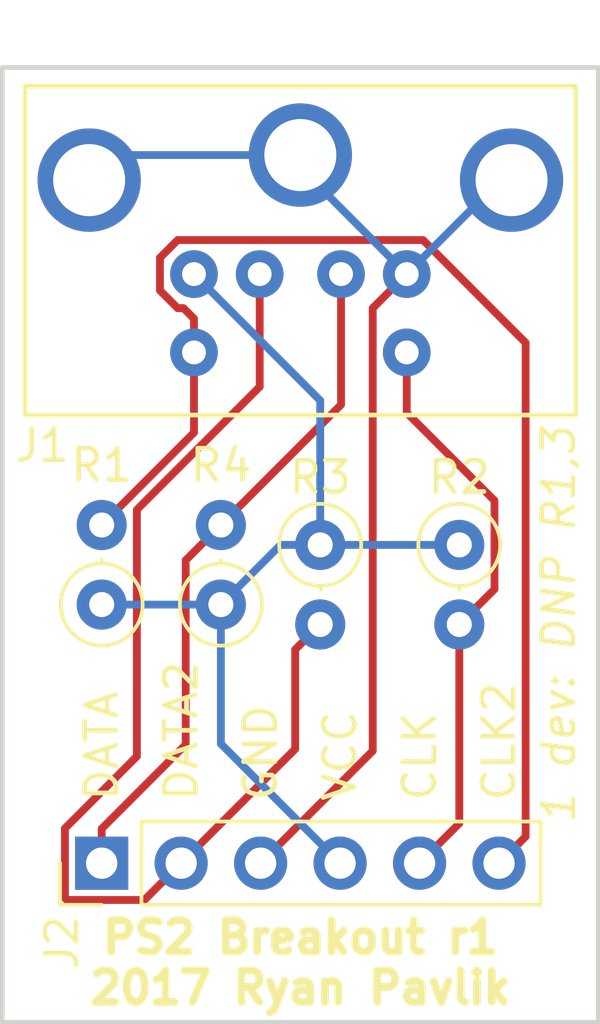
<source format=kicad_pcb>
(kicad_pcb (version 4) (host pcbnew 4.0.6)

  (general
    (links 17)
    (no_connects 17)
    (area 141.529999 108.135 160.885 142.161428)
    (thickness 1.6)
    (drawings 12)
    (tracks 56)
    (zones 0)
    (modules 6)
    (nets 7)
  )

  (page USLetter)
  (title_block
    (title "PS/2 Breakout Board")
    (date 2017-07-17)
    (rev 1)
    (company "Ryan Pavlik")
  )

  (layers
    (0 F.Cu signal)
    (31 B.Cu signal)
    (32 B.Adhes user)
    (33 F.Adhes user)
    (34 B.Paste user)
    (35 F.Paste user)
    (36 B.SilkS user)
    (37 F.SilkS user)
    (38 B.Mask user)
    (39 F.Mask user)
    (40 Dwgs.User user)
    (41 Cmts.User user)
    (42 Eco1.User user)
    (43 Eco2.User user)
    (44 Edge.Cuts user)
    (45 Margin user)
    (46 B.CrtYd user)
    (47 F.CrtYd user)
    (48 B.Fab user)
    (49 F.Fab user)
  )

  (setup
    (last_trace_width 0.25)
    (trace_clearance 0.2)
    (zone_clearance 0.508)
    (zone_45_only no)
    (trace_min 0.1016)
    (segment_width 0.2)
    (edge_width 0.15)
    (via_size 0.6)
    (via_drill 0.4)
    (via_min_size 0.4572)
    (via_min_drill 0.2032)
    (uvia_size 0.3)
    (uvia_drill 0.1)
    (uvias_allowed no)
    (uvia_min_size 0.0254)
    (uvia_min_drill 0.0254)
    (pcb_text_width 0.3)
    (pcb_text_size 1.5 1.5)
    (mod_edge_width 0.15)
    (mod_text_size 1 1)
    (mod_text_width 0.15)
    (pad_size 1.524 1.524)
    (pad_drill 0.762)
    (pad_to_mask_clearance 0.1016)
    (solder_mask_min_width 0.1016)
    (aux_axis_origin 0 0)
    (visible_elements 7FFFFFFF)
    (pcbplotparams
      (layerselection 0x010a0_00000001)
      (usegerberextensions false)
      (excludeedgelayer true)
      (linewidth 0.100000)
      (plotframeref false)
      (viasonmask false)
      (mode 1)
      (useauxorigin false)
      (hpglpennumber 1)
      (hpglpenspeed 20)
      (hpglpendiameter 15)
      (hpglpenoverlay 2)
      (psnegative false)
      (psa4output false)
      (plotreference true)
      (plotvalue true)
      (plotinvisibletext false)
      (padsonsilk false)
      (subtractmaskfromsilk false)
      (outputformat 1)
      (mirror false)
      (drillshape 0)
      (scaleselection 1)
      (outputdirectory single-sided-gerbers/))
  )

  (net 0 "")
  (net 1 GND)
  (net 2 /CLK)
  (net 3 /VCC)
  (net 4 /CLK2)
  (net 5 /DATA)
  (net 6 /DATA2)

  (net_class Default "This is the default net class."
    (clearance 0.2)
    (trace_width 0.25)
    (via_dia 0.6)
    (via_drill 0.4)
    (uvia_dia 0.3)
    (uvia_drill 0.1)
    (add_net /CLK)
    (add_net /CLK2)
    (add_net /DATA)
    (add_net /DATA2)
    (add_net /VCC)
    (add_net GND)
  )

  (module PS2_mini_din_6:MINI-DIN-6-FULL-SHIELD (layer F.Cu) (tedit 596CE90F) (tstamp 596CDC85)
    (at 151.13 108.585)
    (path /596CD6A0)
    (fp_text reference J1 (at -8.255 13.97) (layer F.SilkS)
      (effects (font (size 1 1) (thickness 0.15)))
    )
    (fp_text value PS2-MINIDIN6-FEMALE (at 0.15 1.325) (layer F.Fab) hide
      (effects (font (size 1 1) (thickness 0.15)))
    )
    (fp_line (start 9.25 0) (end 9.25 13.2) (layer F.CrtYd) (width 0.15))
    (fp_line (start -8.8 13) (end -8.8 2.5) (layer F.SilkS) (width 0.15))
    (fp_line (start 8.8 13) (end -8.8 13) (layer F.SilkS) (width 0.15))
    (fp_line (start 8.8 2.5) (end 8.8 13) (layer F.SilkS) (width 0.15))
    (fp_line (start -8.8 2.5) (end 8.8 2.5) (layer F.SilkS) (width 0.15))
    (fp_line (start 9.25 13.2) (end -9 13.2) (layer F.CrtYd) (width 0.15))
    (fp_line (start -9 0) (end 9.25 0) (layer F.CrtYd) (width 0.15))
    (fp_line (start -9 13.2) (end -9 0) (layer F.CrtYd) (width 0.15))
    (pad 7 thru_hole circle (at -6.75 5.5) (size 3.3 3.3) (drill 2.3) (layers *.Cu *.Mask)
      (net 1 GND))
    (pad 7 thru_hole circle (at 6.75 5.5) (size 3.3 3.3) (drill 2.3) (layers *.Cu *.Mask)
      (net 1 GND))
    (pad 3 thru_hole circle (at 3.4 8.5) (size 1.524 1.524) (drill 0.762) (layers *.Cu *.Mask)
      (net 1 GND))
    (pad 5 thru_hole circle (at 3.4 11) (size 1.524 1.524) (drill 0.762) (layers *.Cu *.Mask)
      (net 2 /CLK))
    (pad 4 thru_hole circle (at -3.4 8.5) (size 1.524 1.524) (drill 0.762) (layers *.Cu *.Mask)
      (net 3 /VCC))
    (pad 6 thru_hole circle (at -3.4 11) (size 1.524 1.524) (drill 0.762) (layers *.Cu *.Mask)
      (net 4 /CLK2))
    (pad 1 thru_hole circle (at 1.3 8.5) (size 1.524 1.524) (drill 0.762) (layers *.Cu *.Mask)
      (net 5 /DATA))
    (pad 2 thru_hole circle (at -1.3 8.5) (size 1.524 1.524) (drill 0.762) (layers *.Cu *.Mask)
      (net 6 /DATA2))
    (pad 7 thru_hole circle (at 0 4.7) (size 3.3 3.3) (drill 2.3) (layers *.Cu *.Mask)
      (net 1 GND))
  )

  (module Resistors_ThroughHole:R_Axial_DIN0207_L6.3mm_D2.5mm_P2.54mm_Vertical (layer F.Cu) (tedit 596CDDE5) (tstamp 596CDCA1)
    (at 151.765 125.73 270)
    (descr "Resistor, Axial_DIN0207 series, Axial, Vertical, pin pitch=2.54mm, 0.25W = 1/4W, length*diameter=6.3*2.5mm^2, http://cdn-reichelt.de/documents/datenblatt/B400/1_4W%23YAG.pdf")
    (tags "Resistor Axial_DIN0207 series Axial Vertical pin pitch 2.54mm 0.25W = 1/4W length 6.3mm diameter 2.5mm")
    (path /596CD98C)
    (fp_text reference R3 (at -2.159 0 360) (layer F.SilkS)
      (effects (font (size 1 1) (thickness 0.15)))
    )
    (fp_text value 10K (at 1.27 2.31 270) (layer F.Fab) hide
      (effects (font (size 1 1) (thickness 0.15)))
    )
    (fp_circle (center 0 0) (end 1.25 0) (layer F.Fab) (width 0.1))
    (fp_circle (center 0 0) (end 1.31 0) (layer F.SilkS) (width 0.12))
    (fp_line (start 0 0) (end 2.54 0) (layer F.Fab) (width 0.1))
    (fp_line (start 1.31 0) (end 1.44 0) (layer F.SilkS) (width 0.12))
    (fp_line (start -1.6 -1.6) (end -1.6 1.6) (layer F.CrtYd) (width 0.05))
    (fp_line (start -1.6 1.6) (end 3.65 1.6) (layer F.CrtYd) (width 0.05))
    (fp_line (start 3.65 1.6) (end 3.65 -1.6) (layer F.CrtYd) (width 0.05))
    (fp_line (start 3.65 -1.6) (end -1.6 -1.6) (layer F.CrtYd) (width 0.05))
    (pad 1 thru_hole circle (at 0 0 270) (size 1.6 1.6) (drill 0.8) (layers *.Cu *.Mask)
      (net 3 /VCC))
    (pad 2 thru_hole oval (at 2.54 0 270) (size 1.6 1.6) (drill 0.8) (layers *.Cu *.Mask)
      (net 6 /DATA2))
    (model Resistors_THT.3dshapes/R_Axial_DIN0207_L6.3mm_D2.5mm_P2.54mm_Vertical.wrl
      (at (xyz 0 0 0))
      (scale (xyz 0.393701 0.393701 0.393701))
      (rotate (xyz 0 0 0))
    )
  )

  (module Resistors_ThroughHole:R_Axial_DIN0207_L6.3mm_D2.5mm_P2.54mm_Vertical (layer F.Cu) (tedit 596CDDAB) (tstamp 596CDC95)
    (at 144.78 127.635 90)
    (descr "Resistor, Axial_DIN0207 series, Axial, Vertical, pin pitch=2.54mm, 0.25W = 1/4W, length*diameter=6.3*2.5mm^2, http://cdn-reichelt.de/documents/datenblatt/B400/1_4W%23YAG.pdf")
    (tags "Resistor Axial_DIN0207 series Axial Vertical pin pitch 2.54mm 0.25W = 1/4W length 6.3mm diameter 2.5mm")
    (path /596CDA17)
    (fp_text reference R1 (at 4.445 0 180) (layer F.SilkS)
      (effects (font (size 1 1) (thickness 0.15)))
    )
    (fp_text value 10K (at -5.08 0 90) (layer F.Fab) hide
      (effects (font (size 1 1) (thickness 0.15)))
    )
    (fp_circle (center 0 0) (end 1.25 0) (layer F.Fab) (width 0.1))
    (fp_circle (center 0 0) (end 1.31 0) (layer F.SilkS) (width 0.12))
    (fp_line (start 0 0) (end 2.54 0) (layer F.Fab) (width 0.1))
    (fp_line (start 1.31 0) (end 1.44 0) (layer F.SilkS) (width 0.12))
    (fp_line (start -1.6 -1.6) (end -1.6 1.6) (layer F.CrtYd) (width 0.05))
    (fp_line (start -1.6 1.6) (end 3.65 1.6) (layer F.CrtYd) (width 0.05))
    (fp_line (start 3.65 1.6) (end 3.65 -1.6) (layer F.CrtYd) (width 0.05))
    (fp_line (start 3.65 -1.6) (end -1.6 -1.6) (layer F.CrtYd) (width 0.05))
    (pad 1 thru_hole circle (at 0 0 90) (size 1.6 1.6) (drill 0.8) (layers *.Cu *.Mask)
      (net 3 /VCC))
    (pad 2 thru_hole oval (at 2.54 0 90) (size 1.6 1.6) (drill 0.8) (layers *.Cu *.Mask)
      (net 4 /CLK2))
    (model Resistors_THT.3dshapes/R_Axial_DIN0207_L6.3mm_D2.5mm_P2.54mm_Vertical.wrl
      (at (xyz 0 0 0))
      (scale (xyz 0.393701 0.393701 0.393701))
      (rotate (xyz 0 0 0))
    )
  )

  (module Resistors_ThroughHole:R_Axial_DIN0207_L6.3mm_D2.5mm_P2.54mm_Vertical (layer F.Cu) (tedit 596CDDA3) (tstamp 596CDC9B)
    (at 156.21 125.73 270)
    (descr "Resistor, Axial_DIN0207 series, Axial, Vertical, pin pitch=2.54mm, 0.25W = 1/4W, length*diameter=6.3*2.5mm^2, http://cdn-reichelt.de/documents/datenblatt/B400/1_4W%23YAG.pdf")
    (tags "Resistor Axial_DIN0207 series Axial Vertical pin pitch 2.54mm 0.25W = 1/4W length 6.3mm diameter 2.5mm")
    (path /596CDA3E)
    (fp_text reference R2 (at -2.159 0 360) (layer F.SilkS)
      (effects (font (size 1 1) (thickness 0.15)))
    )
    (fp_text value 10K (at 1.27 0 360) (layer F.Fab) hide
      (effects (font (size 1 1) (thickness 0.15)))
    )
    (fp_circle (center 0 0) (end 1.25 0) (layer F.Fab) (width 0.1))
    (fp_circle (center 0 0) (end 1.31 0) (layer F.SilkS) (width 0.12))
    (fp_line (start 0 0) (end 2.54 0) (layer F.Fab) (width 0.1))
    (fp_line (start 1.31 0) (end 1.44 0) (layer F.SilkS) (width 0.12))
    (fp_line (start -1.6 -1.6) (end -1.6 1.6) (layer F.CrtYd) (width 0.05))
    (fp_line (start -1.6 1.6) (end 3.65 1.6) (layer F.CrtYd) (width 0.05))
    (fp_line (start 3.65 1.6) (end 3.65 -1.6) (layer F.CrtYd) (width 0.05))
    (fp_line (start 3.65 -1.6) (end -1.6 -1.6) (layer F.CrtYd) (width 0.05))
    (pad 1 thru_hole circle (at 0 0 270) (size 1.6 1.6) (drill 0.8) (layers *.Cu *.Mask)
      (net 3 /VCC))
    (pad 2 thru_hole oval (at 2.54 0 270) (size 1.6 1.6) (drill 0.8) (layers *.Cu *.Mask)
      (net 2 /CLK))
    (model Resistors_THT.3dshapes/R_Axial_DIN0207_L6.3mm_D2.5mm_P2.54mm_Vertical.wrl
      (at (xyz 0 0 0))
      (scale (xyz 0.393701 0.393701 0.393701))
      (rotate (xyz 0 0 0))
    )
  )

  (module Pin_Headers:Pin_Header_Straight_1x06_Pitch2.54mm (layer F.Cu) (tedit 596CDF91) (tstamp 596CDC8F)
    (at 144.78 135.89 90)
    (descr "Through hole straight pin header, 1x06, 2.54mm pitch, single row")
    (tags "Through hole pin header THT 1x06 2.54mm single row")
    (path /596CD6EB)
    (fp_text reference J2 (at -2.54 -1.27 270) (layer F.SilkS)
      (effects (font (size 1 1) (thickness 0.15)))
    )
    (fp_text value PIN_CONNECTOR (at 0 15.03 90) (layer F.Fab) hide
      (effects (font (size 1 1) (thickness 0.15)))
    )
    (fp_line (start -0.635 -1.27) (end 1.27 -1.27) (layer F.Fab) (width 0.1))
    (fp_line (start 1.27 -1.27) (end 1.27 13.97) (layer F.Fab) (width 0.1))
    (fp_line (start 1.27 13.97) (end -1.27 13.97) (layer F.Fab) (width 0.1))
    (fp_line (start -1.27 13.97) (end -1.27 -0.635) (layer F.Fab) (width 0.1))
    (fp_line (start -1.27 -0.635) (end -0.635 -1.27) (layer F.Fab) (width 0.1))
    (fp_line (start -1.33 14.03) (end 1.33 14.03) (layer F.SilkS) (width 0.12))
    (fp_line (start -1.33 1.27) (end -1.33 14.03) (layer F.SilkS) (width 0.12))
    (fp_line (start 1.33 1.27) (end 1.33 14.03) (layer F.SilkS) (width 0.12))
    (fp_line (start -1.33 1.27) (end 1.33 1.27) (layer F.SilkS) (width 0.12))
    (fp_line (start -1.33 0) (end -1.33 -1.33) (layer F.SilkS) (width 0.12))
    (fp_line (start -1.33 -1.33) (end 0 -1.33) (layer F.SilkS) (width 0.12))
    (fp_line (start -1.8 -1.8) (end -1.8 14.5) (layer F.CrtYd) (width 0.05))
    (fp_line (start -1.8 14.5) (end 1.8 14.5) (layer F.CrtYd) (width 0.05))
    (fp_line (start 1.8 14.5) (end 1.8 -1.8) (layer F.CrtYd) (width 0.05))
    (fp_line (start 1.8 -1.8) (end -1.8 -1.8) (layer F.CrtYd) (width 0.05))
    (fp_text user %R (at 0 6.35 180) (layer F.Fab) hide
      (effects (font (size 1 1) (thickness 0.15)))
    )
    (pad 1 thru_hole rect (at 0 0 90) (size 1.7 1.7) (drill 1) (layers *.Cu *.Mask)
      (net 5 /DATA))
    (pad 2 thru_hole oval (at 0 2.54 90) (size 1.7 1.7) (drill 1) (layers *.Cu *.Mask)
      (net 6 /DATA2))
    (pad 3 thru_hole oval (at 0 5.08 90) (size 1.7 1.7) (drill 1) (layers *.Cu *.Mask)
      (net 1 GND))
    (pad 4 thru_hole oval (at 0 7.62 90) (size 1.7 1.7) (drill 1) (layers *.Cu *.Mask)
      (net 3 /VCC))
    (pad 5 thru_hole oval (at 0 10.16 90) (size 1.7 1.7) (drill 1) (layers *.Cu *.Mask)
      (net 2 /CLK))
    (pad 6 thru_hole oval (at 0 12.7 90) (size 1.7 1.7) (drill 1) (layers *.Cu *.Mask)
      (net 4 /CLK2))
    (model ${KISYS3DMOD}/Pin_Headers.3dshapes/Pin_Header_Straight_1x06_Pitch2.54mm.wrl
      (at (xyz 0 0 0))
      (scale (xyz 1 1 1))
      (rotate (xyz 0 0 0))
    )
  )

  (module Resistors_ThroughHole:R_Axial_DIN0207_L6.3mm_D2.5mm_P2.54mm_Vertical (layer F.Cu) (tedit 596CDDE8) (tstamp 596CDCA7)
    (at 148.59 127.635 90)
    (descr "Resistor, Axial_DIN0207 series, Axial, Vertical, pin pitch=2.54mm, 0.25W = 1/4W, length*diameter=6.3*2.5mm^2, http://cdn-reichelt.de/documents/datenblatt/B400/1_4W%23YAG.pdf")
    (tags "Resistor Axial_DIN0207 series Axial Vertical pin pitch 2.54mm 0.25W = 1/4W length 6.3mm diameter 2.5mm")
    (path /596CD937)
    (fp_text reference R4 (at 4.445 0 180) (layer F.SilkS)
      (effects (font (size 1 1) (thickness 0.15)))
    )
    (fp_text value 10K (at 1.27 2.31 90) (layer F.Fab) hide
      (effects (font (size 1 1) (thickness 0.15)))
    )
    (fp_circle (center 0 0) (end 1.25 0) (layer F.Fab) (width 0.1))
    (fp_circle (center 0 0) (end 1.31 0) (layer F.SilkS) (width 0.12))
    (fp_line (start 0 0) (end 2.54 0) (layer F.Fab) (width 0.1))
    (fp_line (start 1.31 0) (end 1.44 0) (layer F.SilkS) (width 0.12))
    (fp_line (start -1.6 -1.6) (end -1.6 1.6) (layer F.CrtYd) (width 0.05))
    (fp_line (start -1.6 1.6) (end 3.65 1.6) (layer F.CrtYd) (width 0.05))
    (fp_line (start 3.65 1.6) (end 3.65 -1.6) (layer F.CrtYd) (width 0.05))
    (fp_line (start 3.65 -1.6) (end -1.6 -1.6) (layer F.CrtYd) (width 0.05))
    (pad 1 thru_hole circle (at 0 0 90) (size 1.6 1.6) (drill 0.8) (layers *.Cu *.Mask)
      (net 3 /VCC))
    (pad 2 thru_hole oval (at 2.54 0 90) (size 1.6 1.6) (drill 0.8) (layers *.Cu *.Mask)
      (net 5 /DATA))
    (model Resistors_THT.3dshapes/R_Axial_DIN0207_L6.3mm_D2.5mm_P2.54mm_Vertical.wrl
      (at (xyz 0 0 0))
      (scale (xyz 0.393701 0.393701 0.393701))
      (rotate (xyz 0 0 0))
    )
  )

  (gr_line (start 160.655 140.97) (end 160.655 110.49) (layer Edge.Cuts) (width 0.15))
  (gr_line (start 141.605 140.97) (end 160.655 140.97) (layer Edge.Cuts) (width 0.15))
  (gr_line (start 141.605 110.49) (end 141.605 140.97) (layer Edge.Cuts) (width 0.15))
  (gr_line (start 160.655 110.49) (end 141.605 110.49) (layer Edge.Cuts) (width 0.15))
  (gr_text "PS2 Breakout r1\n2017 Ryan Pavlik" (at 151.13 139.065) (layer F.SilkS)
    (effects (font (size 1 1) (thickness 0.25)))
  )
  (gr_text "1 dev: DNP R1,3" (at 159.385 128.27 90) (layer F.SilkS)
    (effects (font (size 1 1) (thickness 0.15) italic))
  )
  (gr_text DATA (at 144.78 133.985 90) (layer F.SilkS) (tstamp 596CE29B)
    (effects (font (size 1 1) (thickness 0.15)) (justify left))
  )
  (gr_text DATA2 (at 147.32 133.985 90) (layer F.SilkS) (tstamp 596CE299)
    (effects (font (size 1 1) (thickness 0.15)) (justify left))
  )
  (gr_text GND (at 149.86 133.985 90) (layer F.SilkS) (tstamp 596CE296)
    (effects (font (size 1 1) (thickness 0.15)) (justify left))
  )
  (gr_text VCC (at 152.4 133.985 90) (layer F.SilkS) (tstamp 596CE290)
    (effects (font (size 1 1) (thickness 0.15)) (justify left))
  )
  (gr_text CLK (at 154.94 133.985 90) (layer F.SilkS) (tstamp 596CE0A3)
    (effects (font (size 1 1) (thickness 0.15)) (justify left))
  )
  (gr_text CLK2 (at 157.48 133.985 90) (layer F.SilkS)
    (effects (font (size 1 1) (thickness 0.15)) (justify left))
  )

  (segment (start 151.13 113.285) (end 145.18 113.285) (width 0.25) (layer B.Cu) (net 1))
  (segment (start 145.18 113.285) (end 144.38 114.085) (width 0.25) (layer B.Cu) (net 1))
  (segment (start 154.53 117.085) (end 151.13 113.685) (width 0.25) (layer B.Cu) (net 1))
  (segment (start 151.13 113.685) (end 151.13 113.285) (width 0.25) (layer B.Cu) (net 1))
  (segment (start 154.53 117.085) (end 157.53 114.085) (width 0.25) (layer B.Cu) (net 1))
  (segment (start 157.53 114.085) (end 157.88 114.085) (width 0.25) (layer B.Cu) (net 1))
  (segment (start 149.86 135.89) (end 153.442999 132.307001) (width 0.25) (layer F.Cu) (net 1))
  (segment (start 153.442999 132.307001) (end 153.442999 118.172001) (width 0.25) (layer F.Cu) (net 1))
  (segment (start 153.442999 118.172001) (end 153.768001 117.846999) (width 0.25) (layer F.Cu) (net 1))
  (segment (start 153.768001 117.846999) (end 154.53 117.085) (width 0.25) (layer F.Cu) (net 1))
  (segment (start 156.21 128.27) (end 156.21 134.62) (width 0.25) (layer F.Cu) (net 2))
  (segment (start 156.21 134.62) (end 154.94 135.89) (width 0.25) (layer F.Cu) (net 2))
  (segment (start 154.53 121.51) (end 157.335001 124.315001) (width 0.25) (layer F.Cu) (net 2))
  (segment (start 157.335001 124.315001) (end 157.335001 127.144999) (width 0.25) (layer F.Cu) (net 2))
  (segment (start 157.009999 127.470001) (end 156.21 128.27) (width 0.25) (layer F.Cu) (net 2))
  (segment (start 157.335001 127.144999) (end 157.009999 127.470001) (width 0.25) (layer F.Cu) (net 2))
  (segment (start 154.53 119.585) (end 154.53 121.51) (width 0.25) (layer F.Cu) (net 2))
  (segment (start 148.59 127.635) (end 148.59 132.08) (width 0.25) (layer B.Cu) (net 3))
  (segment (start 148.59 132.08) (end 152.4 135.89) (width 0.25) (layer B.Cu) (net 3))
  (segment (start 151.765 125.73) (end 156.21 125.73) (width 0.25) (layer B.Cu) (net 3))
  (segment (start 148.59 127.635) (end 144.78 127.635) (width 0.25) (layer B.Cu) (net 3))
  (segment (start 151.765 125.73) (end 150.495 125.73) (width 0.25) (layer B.Cu) (net 3))
  (segment (start 150.495 125.73) (end 148.59 127.635) (width 0.25) (layer B.Cu) (net 3))
  (segment (start 147.73 117.085) (end 151.765 121.12) (width 0.25) (layer B.Cu) (net 3))
  (segment (start 151.765 121.12) (end 151.765 125.73) (width 0.25) (layer B.Cu) (net 3))
  (segment (start 147.73 119.585) (end 147.73 118.50737) (width 0.25) (layer F.Cu) (net 4))
  (segment (start 147.73 118.50737) (end 147.394631 118.172001) (width 0.25) (layer F.Cu) (net 4))
  (segment (start 147.394631 118.172001) (end 147.208239 118.172001) (width 0.25) (layer F.Cu) (net 4))
  (segment (start 155.051761 115.997999) (end 158.329999 119.276237) (width 0.25) (layer F.Cu) (net 4))
  (segment (start 147.208239 118.172001) (end 146.642999 117.606761) (width 0.25) (layer F.Cu) (net 4))
  (segment (start 146.642999 117.606761) (end 146.642999 116.563239) (width 0.25) (layer F.Cu) (net 4))
  (segment (start 146.642999 116.563239) (end 147.208239 115.997999) (width 0.25) (layer F.Cu) (net 4))
  (segment (start 147.208239 115.997999) (end 155.051761 115.997999) (width 0.25) (layer F.Cu) (net 4))
  (segment (start 158.329999 119.276237) (end 158.329999 135.040001) (width 0.25) (layer F.Cu) (net 4))
  (segment (start 158.329999 135.040001) (end 157.48 135.89) (width 0.25) (layer F.Cu) (net 4))
  (segment (start 147.73 119.585) (end 147.73 122.145) (width 0.25) (layer F.Cu) (net 4))
  (segment (start 147.73 122.145) (end 144.78 125.095) (width 0.25) (layer F.Cu) (net 4))
  (segment (start 148.59 125.095) (end 147.464999 126.220001) (width 0.25) (layer F.Cu) (net 5))
  (segment (start 147.464999 132.105001) (end 144.78 134.79) (width 0.25) (layer F.Cu) (net 5))
  (segment (start 147.464999 126.220001) (end 147.464999 132.105001) (width 0.25) (layer F.Cu) (net 5))
  (segment (start 144.78 134.79) (end 144.78 135.89) (width 0.25) (layer F.Cu) (net 5))
  (segment (start 148.59 125.095) (end 152.43 121.255) (width 0.25) (layer F.Cu) (net 5))
  (segment (start 152.43 121.255) (end 152.43 117.085) (width 0.25) (layer F.Cu) (net 5))
  (segment (start 149.83 117.085) (end 149.83 120.68141) (width 0.25) (layer F.Cu) (net 6))
  (segment (start 149.83 120.68141) (end 145.905001 124.606409) (width 0.25) (layer F.Cu) (net 6))
  (segment (start 146.144999 137.065001) (end 146.470001 136.739999) (width 0.25) (layer F.Cu) (net 6))
  (segment (start 145.905001 124.606409) (end 145.905001 132.479997) (width 0.25) (layer F.Cu) (net 6))
  (segment (start 145.905001 132.479997) (end 143.604999 134.779999) (width 0.25) (layer F.Cu) (net 6))
  (segment (start 143.604999 137.000001) (end 143.669999 137.065001) (width 0.25) (layer F.Cu) (net 6))
  (segment (start 143.604999 134.779999) (end 143.604999 137.000001) (width 0.25) (layer F.Cu) (net 6))
  (segment (start 143.669999 137.065001) (end 146.144999 137.065001) (width 0.25) (layer F.Cu) (net 6))
  (segment (start 146.470001 136.739999) (end 147.32 135.89) (width 0.25) (layer F.Cu) (net 6))
  (segment (start 151.765 128.27) (end 150.965001 129.069999) (width 0.25) (layer F.Cu) (net 6))
  (segment (start 150.965001 129.069999) (end 150.965001 132.244999) (width 0.25) (layer F.Cu) (net 6))
  (segment (start 148.169999 135.040001) (end 147.32 135.89) (width 0.25) (layer F.Cu) (net 6))
  (segment (start 150.965001 132.244999) (end 148.169999 135.040001) (width 0.25) (layer F.Cu) (net 6))

)

</source>
